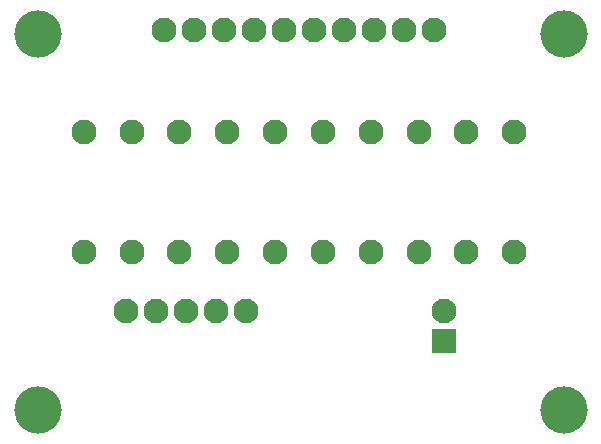
<source format=gbr>
%TF.GenerationSoftware,KiCad,Pcbnew,8.0.3*%
%TF.CreationDate,2024-07-19T22:27:01-04:00*%
%TF.ProjectId,DCPPowerBoard,44435050-6f77-4657-9242-6f6172642e6b,rev?*%
%TF.SameCoordinates,Original*%
%TF.FileFunction,Copper,L1,Top*%
%TF.FilePolarity,Positive*%
%FSLAX46Y46*%
G04 Gerber Fmt 4.6, Leading zero omitted, Abs format (unit mm)*
G04 Created by KiCad (PCBNEW 8.0.3) date 2024-07-19 22:27:01*
%MOMM*%
%LPD*%
G01*
G04 APERTURE LIST*
%TA.AperFunction,ComponentPad*%
%ADD10C,2.100000*%
%TD*%
%TA.AperFunction,ComponentPad*%
%ADD11R,2.100000X2.100000*%
%TD*%
%TA.AperFunction,ViaPad*%
%ADD12C,4.000000*%
%TD*%
G04 APERTURE END LIST*
D10*
%TO.P,R18,1*%
%TO.N,Net-(J1-Pin_2)*%
X106870000Y-54090000D03*
%TO.P,R18,2*%
%TO.N,Net-(J7-Pin_1)*%
X106870000Y-64250000D03*
%TD*%
%TO.P,R20,1*%
%TO.N,Net-(J1-Pin_4)*%
X98770000Y-54090000D03*
%TO.P,R20,2*%
%TO.N,Net-(J7-Pin_1)*%
X98770000Y-64250000D03*
%TD*%
D11*
%TO.P,J7,1,Pin_1*%
%TO.N,Net-(J7-Pin_1)*%
X104962339Y-71800000D03*
D10*
%TO.P,J7,2,Pin_2*%
%TO.N,Net-(J2-Pin_1)*%
X104962339Y-69260000D03*
%TD*%
%TO.P,J2,1,Pin_1*%
%TO.N,Net-(J2-Pin_1)*%
X88212339Y-69250000D03*
%TO.P,J2,2,Pin_2*%
X85672339Y-69250000D03*
%TO.P,J2,3,Pin_3*%
X83132339Y-69250000D03*
%TO.P,J2,4,Pin_4*%
X80592339Y-69250000D03*
%TO.P,J2,5,Pin_5*%
X78052339Y-69250000D03*
%TD*%
%TO.P,J1,1,Pin_1*%
%TO.N,Net-(J1-Pin_1)*%
X104120000Y-45500000D03*
%TO.P,J1,2,Pin_2*%
%TO.N,Net-(J1-Pin_2)*%
X101580000Y-45500000D03*
%TO.P,J1,3,Pin_3*%
%TO.N,Net-(J1-Pin_3)*%
X99040000Y-45500000D03*
%TO.P,J1,4,Pin_4*%
%TO.N,Net-(J1-Pin_4)*%
X96500000Y-45500000D03*
%TO.P,J1,5,Pin_5*%
%TO.N,Net-(J1-Pin_5)*%
X93960000Y-45500000D03*
%TO.P,J1,6,Pin_6*%
%TO.N,Net-(J1-Pin_6)*%
X91420000Y-45500000D03*
%TO.P,J1,7,Pin_7*%
%TO.N,Net-(J1-Pin_7)*%
X88880000Y-45500000D03*
%TO.P,J1,8,Pin_8*%
%TO.N,/<NO NET>*%
X86340000Y-45500000D03*
%TO.P,J1,9,Pin_9*%
%TO.N,Net-(J1-Pin_9)*%
X83800000Y-45500000D03*
%TO.P,J1,10,Pin_10*%
%TO.N,Net-(J1-Pin_10)*%
X81260000Y-45500000D03*
%TD*%
%TO.P,R21,1*%
%TO.N,Net-(J1-Pin_5)*%
X94720000Y-54090000D03*
%TO.P,R21,2*%
%TO.N,Net-(J7-Pin_1)*%
X94720000Y-64250000D03*
%TD*%
%TO.P,R22,1*%
%TO.N,Net-(J1-Pin_6)*%
X90670000Y-54090000D03*
%TO.P,R22,2*%
%TO.N,Net-(J7-Pin_1)*%
X90670000Y-64250000D03*
%TD*%
%TO.P,R26,1*%
%TO.N,Net-(J1-Pin_10)*%
X74470000Y-54090000D03*
%TO.P,R26,2*%
%TO.N,Net-(J7-Pin_1)*%
X74470000Y-64250000D03*
%TD*%
%TO.P,R17,1*%
%TO.N,Net-(J1-Pin_1)*%
X110920000Y-54090000D03*
%TO.P,R17,2*%
%TO.N,Net-(J7-Pin_1)*%
X110920000Y-64250000D03*
%TD*%
%TO.P,R24,1*%
%TO.N,/<NO NET>*%
X82570000Y-54090000D03*
%TO.P,R24,2*%
%TO.N,Net-(J7-Pin_1)*%
X82570000Y-64250000D03*
%TD*%
%TO.P,R19,1*%
%TO.N,Net-(J1-Pin_3)*%
X102820000Y-54090000D03*
%TO.P,R19,2*%
%TO.N,Net-(J7-Pin_1)*%
X102820000Y-64250000D03*
%TD*%
%TO.P,R23,1*%
%TO.N,Net-(J1-Pin_7)*%
X86620000Y-54090000D03*
%TO.P,R23,2*%
%TO.N,Net-(J7-Pin_1)*%
X86620000Y-64250000D03*
%TD*%
%TO.P,R25,1*%
%TO.N,Net-(J1-Pin_9)*%
X78520000Y-54090000D03*
%TO.P,R25,2*%
%TO.N,Net-(J7-Pin_1)*%
X78520000Y-64250000D03*
%TD*%
D12*
%TO.N,*%
X70586860Y-77614129D03*
X70597871Y-45807355D03*
X115085742Y-45829871D03*
X115092520Y-77621118D03*
%TD*%
M02*

</source>
